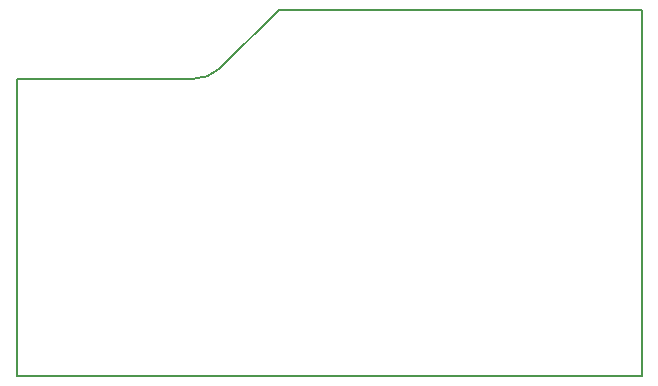
<source format=gm1>
G04 #@! TF.GenerationSoftware,KiCad,Pcbnew,5.0.2-bee76a0~70~ubuntu16.04.1*
G04 #@! TF.CreationDate,2019-02-24T19:25:28+01:00*
G04 #@! TF.ProjectId,OpenC64MegaDrivePadAdapter,4f70656e-4336-4344-9d65-676144726976,5*
G04 #@! TF.SameCoordinates,Original*
G04 #@! TF.FileFunction,Profile,NP*
%FSLAX46Y46*%
G04 Gerber Fmt 4.6, Leading zero omitted, Abs format (unit mm)*
G04 Created by KiCad (PCBNEW 5.0.2-bee76a0~70~ubuntu16.04.1) date dom 24 feb 2019 19:25:28 CET*
%MOMM*%
%LPD*%
G01*
G04 APERTURE LIST*
%ADD10C,0.150000*%
G04 APERTURE END LIST*
D10*
X152303840Y-93304725D02*
G75*
G02X149960000Y-94240000I-2360759J2511644D01*
G01*
X152304998Y-93305002D02*
X157220000Y-88390000D01*
X157219999Y-88390000D02*
X187970000Y-88390000D01*
X135040000Y-94240000D02*
X149960000Y-94240000D01*
X135040000Y-119380000D02*
X135040000Y-94240000D01*
X187970000Y-119380000D02*
X135040000Y-119380000D01*
X187970000Y-88389999D02*
X187970000Y-119380000D01*
M02*

</source>
